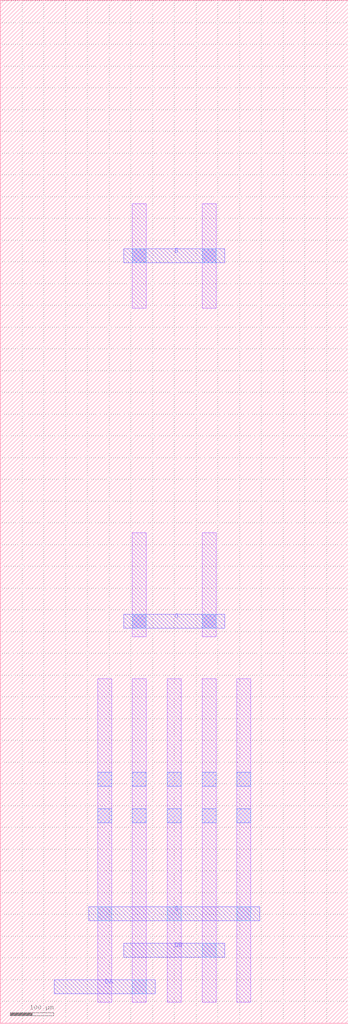
<source format=lef>
MACRO CMC_NMOS_B_97926084_X1_Y1
  UNITS 
    DATABASE MICRONS UNITS 1000;
  END UNITS 
  ORIGIN 0 0 ;
  FOREIGN CMC_NMOS_B_97926084_X1_Y1 0 0 ;
  SIZE 800 BY 2352 ;
  PIN B
    DIRECTION INOUT ;
    USE SIGNAL ;
    PORT
      LAYER M2 ;
        RECT 284 1748 516 1780 ;
    END
  END B
  PIN DA
    DIRECTION INOUT ;
    USE SIGNAL ;
    PORT
      LAYER M2 ;
        RECT 124 68 356 100 ;
    END
  END DA
  PIN DB
    DIRECTION INOUT ;
    USE SIGNAL ;
    PORT
      LAYER M2 ;
        RECT 284 152 516 184 ;
    END
  END DB
  PIN G
    DIRECTION INOUT ;
    USE SIGNAL ;
    PORT
      LAYER M2 ;
        RECT 284 908 516 940 ;
    END
  END G
  PIN S
    DIRECTION INOUT ;
    USE SIGNAL ;
    PORT
      LAYER M2 ;
        RECT 204 236 596 268 ;
    END
  END S
  OBS
    LAYER M1 ;
      RECT 304 48 336 792 ;
    LAYER M1 ;
      RECT 304 888 336 1128 ;
    LAYER M1 ;
      RECT 304 1644 336 1884 ;
    LAYER M1 ;
      RECT 224 48 256 792 ;
    LAYER M1 ;
      RECT 384 48 416 792 ;
    LAYER M1 ;
      RECT 464 48 496 792 ;
    LAYER M1 ;
      RECT 464 888 496 1128 ;
    LAYER M1 ;
      RECT 464 1644 496 1884 ;
    LAYER M1 ;
      RECT 544 48 576 792 ;
    LAYER V1 ;
      RECT 304 68 336 100 ;
    LAYER V1 ;
      RECT 304 908 336 940 ;
    LAYER V1 ;
      RECT 304 1748 336 1780 ;
    LAYER V1 ;
      RECT 464 152 496 184 ;
    LAYER V1 ;
      RECT 464 908 496 940 ;
    LAYER V1 ;
      RECT 464 1748 496 1780 ;
    LAYER V1 ;
      RECT 224 236 256 268 ;
    LAYER V1 ;
      RECT 384 236 416 268 ;
    LAYER V1 ;
      RECT 544 236 576 268 ;
    LAYER V0 ;
      RECT 304 461 336 493 ;
    LAYER V0 ;
      RECT 304 545 336 577 ;
    LAYER V0 ;
      RECT 304 908 336 940 ;
    LAYER V0 ;
      RECT 304 1748 336 1780 ;
    LAYER V0 ;
      RECT 224 461 256 493 ;
    LAYER V0 ;
      RECT 224 545 256 577 ;
    LAYER V0 ;
      RECT 384 461 416 493 ;
    LAYER V0 ;
      RECT 384 461 416 493 ;
    LAYER V0 ;
      RECT 384 545 416 577 ;
    LAYER V0 ;
      RECT 384 545 416 577 ;
    LAYER V0 ;
      RECT 464 461 496 493 ;
    LAYER V0 ;
      RECT 464 545 496 577 ;
    LAYER V0 ;
      RECT 464 908 496 940 ;
    LAYER V0 ;
      RECT 464 1748 496 1780 ;
    LAYER V0 ;
      RECT 544 461 576 493 ;
    LAYER V0 ;
      RECT 544 545 576 577 ;
  END
END CMC_NMOS_B_97926084_X1_Y1

</source>
